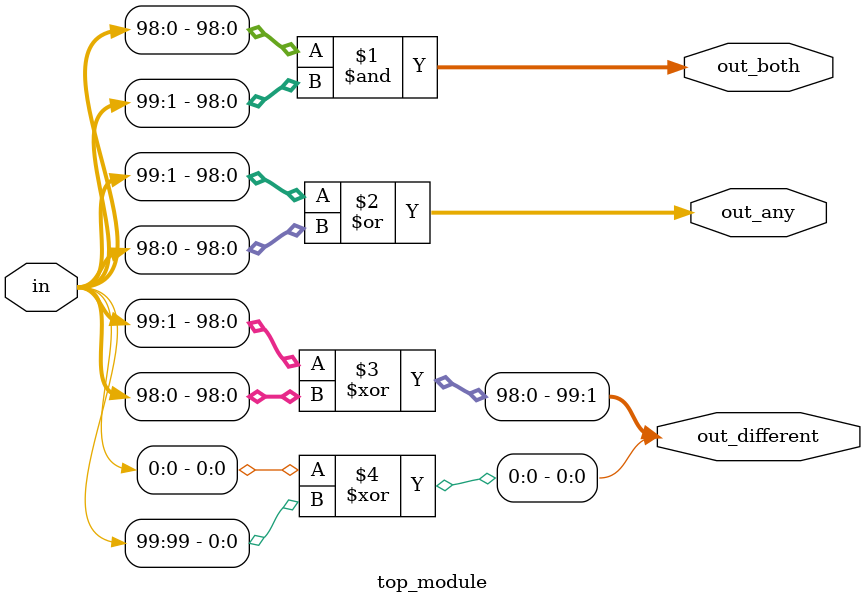
<source format=sv>
module top_module (
	input [99:0] in,
	output [98:0] out_both,
	output [99:1] out_any,
	output [99:0] out_different
);

	// Assign out_both
	assign out_both = in[98:0] & in[99:1];

	// Assign out_any
	assign out_any = in[99:1] | in[98:0];

	// Assign out_different
	assign out_different[99:1] = in[99:1] ^ in[98:0];
	assign out_different[0] = in[0] ^ in[99];

endmodule

</source>
